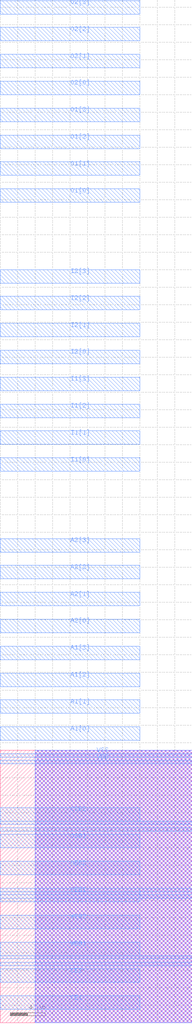
<source format=lef>
VERSION 5.6 ;
BUSBITCHARS "[]" ;
DIVIDERCHAR "/" ;

MACRO SRAM2RW16x4
  CLASS BLOCK ;
  ORIGIN 0 0 ;
  FOREIGN SRAM2RW16x4 0 0 ;
  SIZE 21.984 BY 31.104 ;
  SYMMETRY X Y ;
  SITE coreSite ;
  PIN VDD
    DIRECTION INOUT ;
    USE POWER ;
    PORT 
      LAYER M4 ;
        RECT 0.0 6.528 21.984 6.912 ;
        RECT 0.0 14.208 21.984 14.592 ;
        RECT 0.0 21.888 21.984 22.272 ;
        RECT 0.0 29.568 21.984 29.952 ;
    END 
  END VDD
  PIN VSS
    DIRECTION INOUT ;
    USE GROUND ;
    PORT 
      LAYER M4 ;
        RECT 0.0 7.296 21.984 7.68 ;
        RECT 0.0 14.976 21.984 15.36 ;
        RECT 0.0 22.656 21.984 23.04 ;
        RECT 0.0 30.336 21.984 30.72 ;
    END 
  END VSS
  PIN CE1
    DIRECTION INPUT ;
    USE SIGNAL ;
    PORT 
      LAYER M4 ;
        RECT 0.0 1.536 16.0 3.072 ;
    END 
  END CE1
  PIN CE2
    DIRECTION INPUT ;
    USE SIGNAL ;
    PORT 
      LAYER M4 ;
        RECT 0.0 4.608 16.0 6.144 ;
    END 
  END CE2
  PIN WEB1
    DIRECTION INPUT ;
    USE SIGNAL ;
    PORT 
      LAYER M4 ;
        RECT 0.0 7.68 16.0 9.216 ;
    END 
  END WEB1
  PIN WEB2
    DIRECTION INPUT ;
    USE SIGNAL ;
    PORT 
      LAYER M4 ;
        RECT 0.0 10.752 16.0 12.288 ;
    END 
  END WEB2
  PIN OEB1
    DIRECTION INPUT ;
    USE SIGNAL ;
    PORT 
      LAYER M4 ;
        RECT 0.0 13.824 16.0 15.36 ;
    END 
  END OEB1
  PIN OEB2
    DIRECTION INPUT ;
    USE SIGNAL ;
    PORT 
      LAYER M4 ;
        RECT 0.0 16.896 16.0 18.432 ;
    END 
  END OEB2
  PIN CSB1
    DIRECTION INPUT ;
    USE SIGNAL ;
    PORT 
      LAYER M4 ;
        RECT 0.0 19.968 16.0 21.504 ;
    END 
  END CSB1
  PIN CSB2
    DIRECTION INPUT ;
    USE SIGNAL ;
    PORT 
      LAYER M4 ;
        RECT 0.0 23.04 16.0 24.576 ;
    END 
  END CSB2
  PIN A1[0]
    DIRECTION INPUT ;
    USE SIGNAL ;
    PORT 
      LAYER M4 ;
        RECT 0.0 32.256 16.0 33.792 ;
    END 
  END A1[0]
  PIN A1[1]
    DIRECTION INPUT ;
    USE SIGNAL ;
    PORT 
      LAYER M4 ;
        RECT 0.0 35.328 16.0 36.864 ;
    END 
  END A1[1]
  PIN A1[2]
    DIRECTION INPUT ;
    USE SIGNAL ;
    PORT 
      LAYER M4 ;
        RECT 0.0 38.4 16.0 39.936 ;
    END 
  END A1[2]
  PIN A1[3]
    DIRECTION INPUT ;
    USE SIGNAL ;
    PORT 
      LAYER M4 ;
        RECT 0.0 41.472 16.0 43.008 ;
    END 
  END A1[3]
  PIN A2[0]
    DIRECTION INPUT ;
    USE SIGNAL ;
    PORT 
      LAYER M4 ;
        RECT 0.0 44.544 16.0 46.08 ;
    END 
  END A2[0]
  PIN A2[1]
    DIRECTION INPUT ;
    USE SIGNAL ;
    PORT 
      LAYER M4 ;
        RECT 0.0 47.616 16.0 49.152 ;
    END 
  END A2[1]
  PIN A2[2]
    DIRECTION INPUT ;
    USE SIGNAL ;
    PORT 
      LAYER M4 ;
        RECT 0.0 50.688 16.0 52.224 ;
    END 
  END A2[2]
  PIN A2[3]
    DIRECTION INPUT ;
    USE SIGNAL ;
    PORT 
      LAYER M4 ;
        RECT 0.0 53.76 16.0 55.296 ;
    END 
  END A2[3]
  PIN I1[0]
    DIRECTION INPUT ;
    USE SIGNAL ;
    PORT 
      LAYER M4 ;
        RECT 0.0 62.976 16.0 64.512 ;
    END 
  END I1[0]
  PIN I1[1]
    DIRECTION INPUT ;
    USE SIGNAL ;
    PORT 
      LAYER M4 ;
        RECT 0.0 66.048 16.0 67.584 ;
    END 
  END I1[1]
  PIN I1[2]
    DIRECTION INPUT ;
    USE SIGNAL ;
    PORT 
      LAYER M4 ;
        RECT 0.0 69.12 16.0 70.656 ;
    END 
  END I1[2]
  PIN I1[3]
    DIRECTION INPUT ;
    USE SIGNAL ;
    PORT 
      LAYER M4 ;
        RECT 0.0 72.192 16.0 73.728 ;
    END 
  END I1[3]
  PIN I2[0]
    DIRECTION INPUT ;
    USE SIGNAL ;
    PORT 
      LAYER M4 ;
        RECT 0.0 75.264 16.0 76.8 ;
    END 
  END I2[0]
  PIN I2[1]
    DIRECTION INPUT ;
    USE SIGNAL ;
    PORT 
      LAYER M4 ;
        RECT 0.0 78.336 16.0 79.872 ;
    END 
  END I2[1]
  PIN I2[2]
    DIRECTION INPUT ;
    USE SIGNAL ;
    PORT 
      LAYER M4 ;
        RECT 0.0 81.408 16.0 82.944 ;
    END 
  END I2[2]
  PIN I2[3]
    DIRECTION INPUT ;
    USE SIGNAL ;
    PORT 
      LAYER M4 ;
        RECT 0.0 84.48 16.0 86.016 ;
    END 
  END I2[3]
  PIN O1[0]
    DIRECTION OUTPUT ;
    USE SIGNAL ;
    PORT 
      LAYER M4 ;
        RECT 0.0 93.696 16.0 95.232 ;
    END 
  END O1[0]
  PIN O1[1]
    DIRECTION OUTPUT ;
    USE SIGNAL ;
    PORT 
      LAYER M4 ;
        RECT 0.0 96.768 16.0 98.304 ;
    END 
  END O1[1]
  PIN O1[2]
    DIRECTION OUTPUT ;
    USE SIGNAL ;
    PORT 
      LAYER M4 ;
        RECT 0.0 99.84 16.0 101.376 ;
    END 
  END O1[2]
  PIN O1[3]
    DIRECTION OUTPUT ;
    USE SIGNAL ;
    PORT 
      LAYER M4 ;
        RECT 0.0 102.912 16.0 104.448 ;
    END 
  END O1[3]
  PIN O2[0]
    DIRECTION OUTPUT ;
    USE SIGNAL ;
    PORT 
      LAYER M4 ;
        RECT 0.0 105.984 16.0 107.52 ;
    END 
  END O2[0]
  PIN O2[1]
    DIRECTION OUTPUT ;
    USE SIGNAL ;
    PORT 
      LAYER M4 ;
        RECT 0.0 109.056 16.0 110.592 ;
    END 
  END O2[1]
  PIN O2[2]
    DIRECTION OUTPUT ;
    USE SIGNAL ;
    PORT 
      LAYER M4 ;
        RECT 0.0 112.128 16.0 113.664 ;
    END 
  END O2[2]
  PIN O2[3]
    DIRECTION OUTPUT ;
    USE SIGNAL ;
    PORT 
      LAYER M4 ;
        RECT 0.0 115.2 16.0 116.736 ;
    END 
  END O2[3]
  OBS 
    LAYER M1 ;
      RECT 4.0 0.0 21.984 31.104 ;
    LAYER M2 ;
      RECT 4.0 0.0 21.984 31.104 ;
    LAYER M3 ;
      RECT 4.0 0.0 21.984 31.104 ;
  END 
END SRAM2RW16x4

END LIBRARY
</source>
